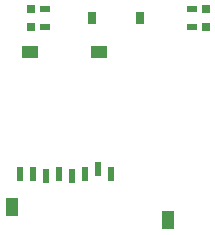
<source format=gtp>
%FSLAX34Y34*%
G04 Gerber Fmt 3.4, Leading zero omitted, Abs format*
G04 (created by PCBNEW (2013-12-14 BZR 4555)-product) date Tue 24 Dec 2013 01:38:29 EST*
%MOIN*%
G01*
G70*
G90*
G04 APERTURE LIST*
%ADD10C,0.005906*%
%ADD11R,0.023600X0.047280*%
%ADD12R,0.044080X0.059840*%
%ADD13R,0.056720X0.044080*%
%ADD14R,0.025197X0.025197*%
%ADD15R,0.036000X0.020000*%
%ADD16R,0.028346X0.040945*%
G04 APERTURE END LIST*
G54D10*
G54D11*
X-2769Y-6259D03*
X-3202Y-6259D03*
X-2336Y-6338D03*
X-1903Y-6259D03*
X-171Y-6259D03*
X-604Y-6102D03*
X-1037Y-6259D03*
X-1470Y-6338D03*
G54D12*
X-3478Y-7381D03*
X1737Y-7814D03*
G54D13*
X-2868Y-2204D03*
X-584Y-2204D03*
G54D14*
X3011Y-767D03*
X3011Y-1358D03*
X-2850Y-767D03*
X-2850Y-1358D03*
G54D15*
X2519Y-1362D03*
X2519Y-762D03*
X-2358Y-1362D03*
X-2358Y-762D03*
G54D16*
X-807Y-1062D03*
X807Y-1062D03*
M02*

</source>
